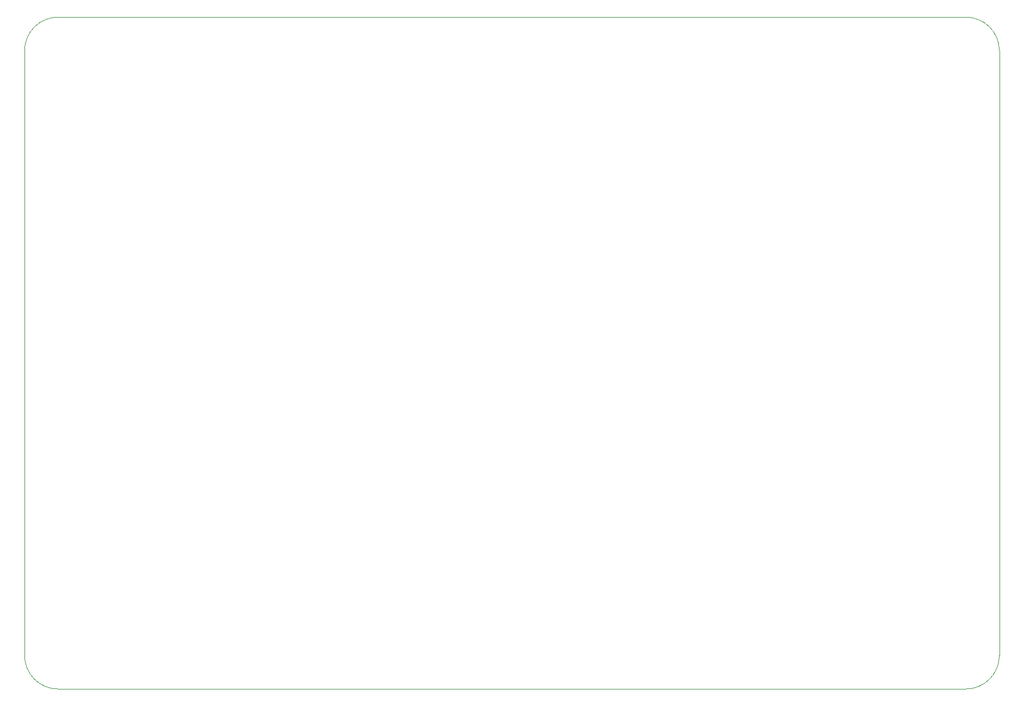
<source format=gbr>
%TF.GenerationSoftware,KiCad,Pcbnew,8.0.0-8.0.0-1~ubuntu20.04.1*%
%TF.CreationDate,2024-06-18T14:04:34-06:00*%
%TF.ProjectId,minibioreactor,6d696e69-6269-46f7-9265-6163746f722e,rev?*%
%TF.SameCoordinates,Original*%
%TF.FileFunction,Profile,NP*%
%FSLAX46Y46*%
G04 Gerber Fmt 4.6, Leading zero omitted, Abs format (unit mm)*
G04 Created by KiCad (PCBNEW 8.0.0-8.0.0-1~ubuntu20.04.1) date 2024-06-18 14:04:34*
%MOMM*%
%LPD*%
G01*
G04 APERTURE LIST*
%TA.AperFunction,Profile*%
%ADD10C,0.050000*%
%TD*%
G04 APERTURE END LIST*
D10*
X105000000Y-130000000D02*
X240000000Y-130000000D01*
X240000000Y-30000000D02*
X105000000Y-30000000D01*
X245000000Y-125000000D02*
X245000000Y-35000000D01*
X240000000Y-30000000D02*
G75*
G02*
X245000000Y-35000000I0J-5000000D01*
G01*
X105000000Y-130000000D02*
G75*
G02*
X100000000Y-125000000I0J5000000D01*
G01*
X245000000Y-125000000D02*
G75*
G02*
X240000000Y-130000000I-5000000J0D01*
G01*
X100000000Y-35000000D02*
X100000000Y-125000000D01*
X100000000Y-35000000D02*
G75*
G02*
X105000000Y-30000000I5000000J0D01*
G01*
M02*

</source>
